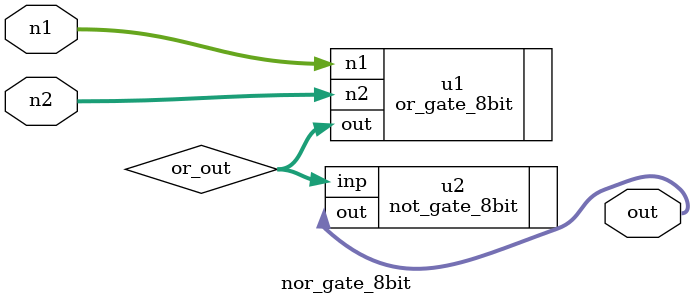
<source format=v>
module nor_gate_8bit (
    input  [7:0] n1,
    input  [7:0] n2,
    output [7:0] out
);
    wire [7:0] or_out; 

    or_gate_8bit u1 (
        .n1(n1),
        .n2(n2),
        .out(or_out)
    );

    not_gate_8bit u2 (
        .inp(or_out),
        .out(out)
    );

endmodule

</source>
